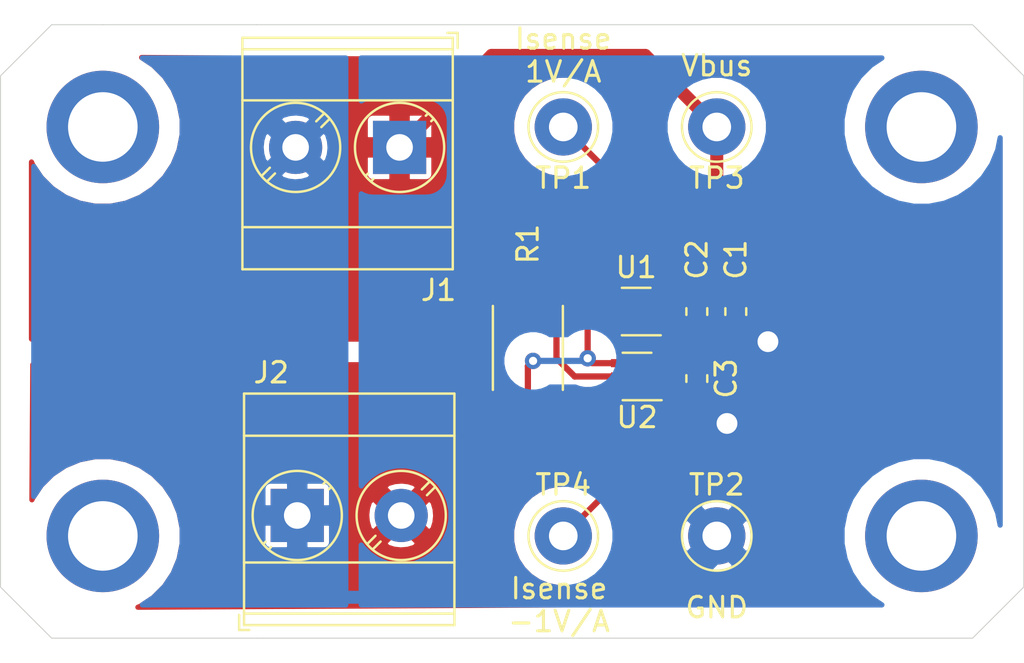
<source format=kicad_pcb>
(kicad_pcb (version 20171130) (host pcbnew 5.1.6-c6e7f7d~87~ubuntu18.04.1)

  (general
    (thickness 1.6)
    (drawings 15)
    (tracks 72)
    (zones 0)
    (modules 12)
    (nets 6)
  )

  (page A4)
  (layers
    (0 F.Cu signal)
    (31 B.Cu signal)
    (32 B.Adhes user)
    (33 F.Adhes user)
    (34 B.Paste user)
    (35 F.Paste user)
    (36 B.SilkS user)
    (37 F.SilkS user)
    (38 B.Mask user)
    (39 F.Mask user)
    (40 Dwgs.User user)
    (41 Cmts.User user)
    (42 Eco1.User user)
    (43 Eco2.User user)
    (44 Edge.Cuts user)
    (45 Margin user)
    (46 B.CrtYd user)
    (47 F.CrtYd user)
    (48 B.Fab user)
    (49 F.Fab user)
  )

  (setup
    (last_trace_width 0.635)
    (user_trace_width 0.2032)
    (user_trace_width 0.3048)
    (user_trace_width 0.635)
    (user_trace_width 1.27)
    (user_trace_width 2.54)
    (user_trace_width 4.572)
    (trace_clearance 0.2)
    (zone_clearance 1)
    (zone_45_only no)
    (trace_min 0.2)
    (via_size 0.8)
    (via_drill 0.4)
    (via_min_size 0.4)
    (via_min_drill 0.3)
    (user_via 2.032 1.016)
    (uvia_size 0.3)
    (uvia_drill 0.1)
    (uvias_allowed no)
    (uvia_min_size 0.2)
    (uvia_min_drill 0.1)
    (edge_width 0.05)
    (segment_width 0.2)
    (pcb_text_width 0.3)
    (pcb_text_size 1.5 1.5)
    (mod_edge_width 0.12)
    (mod_text_size 1 1)
    (mod_text_width 0.15)
    (pad_size 1.524 1.524)
    (pad_drill 0.762)
    (pad_to_mask_clearance 0.05)
    (aux_axis_origin 0 0)
    (visible_elements FFFFFF7F)
    (pcbplotparams
      (layerselection 0x010fc_ffffffff)
      (usegerberextensions true)
      (usegerberattributes true)
      (usegerberadvancedattributes true)
      (creategerberjobfile false)
      (excludeedgelayer true)
      (linewidth 0.100000)
      (plotframeref false)
      (viasonmask false)
      (mode 1)
      (useauxorigin false)
      (hpglpennumber 1)
      (hpglpenspeed 20)
      (hpglpendiameter 15.000000)
      (psnegative false)
      (psa4output false)
      (plotreference true)
      (plotvalue true)
      (plotinvisibletext false)
      (padsonsilk false)
      (subtractmaskfromsilk false)
      (outputformat 1)
      (mirror false)
      (drillshape 0)
      (scaleselection 1)
      (outputdirectory "fab1/"))
  )

  (net 0 "")
  (net 1 GND)
  (net 2 VDD)
  (net 3 /SENSE_N)
  (net 4 "Net-(TP1-Pad1)")
  (net 5 "Net-(TP4-Pad1)")

  (net_class Default "This is the default net class."
    (clearance 0.2)
    (trace_width 0.25)
    (via_dia 0.8)
    (via_drill 0.4)
    (uvia_dia 0.3)
    (uvia_drill 0.1)
    (add_net /SENSE_N)
    (add_net GND)
    (add_net "Net-(TP1-Pad1)")
    (add_net "Net-(TP4-Pad1)")
    (add_net VDD)
  )

  (module TestPoint:TestPoint_Loop_D2.60mm_Drill1.4mm_Beaded (layer F.Cu) (tedit 5A0F774F) (tstamp 5F22C6F0)
    (at 130 100)
    (descr "wire loop with bead as test point, loop diameter2.6mm, hole diameter 1.4mm")
    (tags "test point wire loop bead")
    (path /5F24EFD6)
    (fp_text reference TP4 (at 0 -2.5) (layer F.SilkS)
      (effects (font (size 1 1) (thickness 0.15)))
    )
    (fp_text value TestPoint (at 0 -2.8) (layer F.Fab)
      (effects (font (size 1 1) (thickness 0.15)))
    )
    (fp_text user %R (at 0.7 2.5) (layer F.Fab)
      (effects (font (size 1 1) (thickness 0.15)))
    )
    (fp_line (start -1.3 -0.3) (end -1.3 0.3) (layer F.Fab) (width 0.12))
    (fp_line (start -1.3 0.3) (end 1.3 0.3) (layer F.Fab) (width 0.12))
    (fp_line (start 1.3 0.3) (end 1.3 -0.3) (layer F.Fab) (width 0.12))
    (fp_line (start 1.3 -0.3) (end -1.3 -0.3) (layer F.Fab) (width 0.12))
    (fp_circle (center 0 0) (end 2 0) (layer F.CrtYd) (width 0.05))
    (fp_circle (center 0 0) (end 1.7 0) (layer F.SilkS) (width 0.12))
    (fp_circle (center 0 0) (end 1.5 0) (layer F.Fab) (width 0.12))
    (pad 1 thru_hole circle (at 0 0) (size 2.8 2.8) (drill 1.4) (layers *.Cu *.Mask)
      (net 5 "Net-(TP4-Pad1)"))
    (model ${KISYS3DMOD}/TestPoint.3dshapes/TestPoint_Loop_D2.60mm_Drill1.4mm_Beaded.wrl
      (at (xyz 0 0 0))
      (scale (xyz 1 1 1))
      (rotate (xyz 0 0 0))
    )
  )

  (module TestPoint:TestPoint_Loop_D2.60mm_Drill1.4mm_Beaded (layer F.Cu) (tedit 5A0F774F) (tstamp 5F22BEF6)
    (at 137.5 80)
    (descr "wire loop with bead as test point, loop diameter2.6mm, hole diameter 1.4mm")
    (tags "test point wire loop bead")
    (path /5F24557E)
    (fp_text reference TP3 (at 0 2.5) (layer F.SilkS)
      (effects (font (size 1 1) (thickness 0.15)))
    )
    (fp_text value TestPoint (at 0 -2.8) (layer F.Fab)
      (effects (font (size 1 1) (thickness 0.15)))
    )
    (fp_text user %R (at 0.7 2.5) (layer F.Fab)
      (effects (font (size 1 1) (thickness 0.15)))
    )
    (fp_line (start -1.3 -0.3) (end -1.3 0.3) (layer F.Fab) (width 0.12))
    (fp_line (start -1.3 0.3) (end 1.3 0.3) (layer F.Fab) (width 0.12))
    (fp_line (start 1.3 0.3) (end 1.3 -0.3) (layer F.Fab) (width 0.12))
    (fp_line (start 1.3 -0.3) (end -1.3 -0.3) (layer F.Fab) (width 0.12))
    (fp_circle (center 0 0) (end 2 0) (layer F.CrtYd) (width 0.05))
    (fp_circle (center 0 0) (end 1.7 0) (layer F.SilkS) (width 0.12))
    (fp_circle (center 0 0) (end 1.5 0) (layer F.Fab) (width 0.12))
    (pad 1 thru_hole circle (at 0 0) (size 2.8 2.8) (drill 1.4) (layers *.Cu *.Mask)
      (net 2 VDD))
    (model ${KISYS3DMOD}/TestPoint.3dshapes/TestPoint_Loop_D2.60mm_Drill1.4mm_Beaded.wrl
      (at (xyz 0 0 0))
      (scale (xyz 1 1 1))
      (rotate (xyz 0 0 0))
    )
  )

  (module TestPoint:TestPoint_Loop_D2.60mm_Drill1.4mm_Beaded (layer F.Cu) (tedit 5A0F774F) (tstamp 5F22B52B)
    (at 137.5 100)
    (descr "wire loop with bead as test point, loop diameter2.6mm, hole diameter 1.4mm")
    (tags "test point wire loop bead")
    (path /5F241F9D)
    (fp_text reference TP2 (at 0 -2.5) (layer F.SilkS)
      (effects (font (size 1 1) (thickness 0.15)))
    )
    (fp_text value TestPoint (at 0 -2.8) (layer F.Fab)
      (effects (font (size 1 1) (thickness 0.15)))
    )
    (fp_text user %R (at 0.7 2.5) (layer F.Fab)
      (effects (font (size 1 1) (thickness 0.15)))
    )
    (fp_line (start -1.3 -0.3) (end -1.3 0.3) (layer F.Fab) (width 0.12))
    (fp_line (start -1.3 0.3) (end 1.3 0.3) (layer F.Fab) (width 0.12))
    (fp_line (start 1.3 0.3) (end 1.3 -0.3) (layer F.Fab) (width 0.12))
    (fp_line (start 1.3 -0.3) (end -1.3 -0.3) (layer F.Fab) (width 0.12))
    (fp_circle (center 0 0) (end 2 0) (layer F.CrtYd) (width 0.05))
    (fp_circle (center 0 0) (end 1.7 0) (layer F.SilkS) (width 0.12))
    (fp_circle (center 0 0) (end 1.5 0) (layer F.Fab) (width 0.12))
    (pad 1 thru_hole circle (at 0 0) (size 2.8 2.8) (drill 1.4) (layers *.Cu *.Mask)
      (net 1 GND))
    (model ${KISYS3DMOD}/TestPoint.3dshapes/TestPoint_Loop_D2.60mm_Drill1.4mm_Beaded.wrl
      (at (xyz 0 0 0))
      (scale (xyz 1 1 1))
      (rotate (xyz 0 0 0))
    )
  )

  (module TestPoint:TestPoint_Loop_D2.60mm_Drill1.4mm_Beaded (layer F.Cu) (tedit 5A0F774F) (tstamp 5F22B51E)
    (at 130 80)
    (descr "wire loop with bead as test point, loop diameter2.6mm, hole diameter 1.4mm")
    (tags "test point wire loop bead")
    (path /5F23386A)
    (fp_text reference TP1 (at 0 2.5) (layer F.SilkS)
      (effects (font (size 1 1) (thickness 0.15)))
    )
    (fp_text value TestPoint (at 0 -2.8) (layer F.Fab)
      (effects (font (size 1 1) (thickness 0.15)))
    )
    (fp_text user %R (at 0.7 2.5) (layer F.Fab)
      (effects (font (size 1 1) (thickness 0.15)))
    )
    (fp_line (start -1.3 -0.3) (end -1.3 0.3) (layer F.Fab) (width 0.12))
    (fp_line (start -1.3 0.3) (end 1.3 0.3) (layer F.Fab) (width 0.12))
    (fp_line (start 1.3 0.3) (end 1.3 -0.3) (layer F.Fab) (width 0.12))
    (fp_line (start 1.3 -0.3) (end -1.3 -0.3) (layer F.Fab) (width 0.12))
    (fp_circle (center 0 0) (end 2 0) (layer F.CrtYd) (width 0.05))
    (fp_circle (center 0 0) (end 1.7 0) (layer F.SilkS) (width 0.12))
    (fp_circle (center 0 0) (end 1.5 0) (layer F.Fab) (width 0.12))
    (pad 1 thru_hole circle (at 0 0) (size 2.8 2.8) (drill 1.4) (layers *.Cu *.Mask)
      (net 4 "Net-(TP1-Pad1)"))
    (model ${KISYS3DMOD}/TestPoint.3dshapes/TestPoint_Loop_D2.60mm_Drill1.4mm_Beaded.wrl
      (at (xyz 0 0 0))
      (scale (xyz 1 1 1))
      (rotate (xyz 0 0 0))
    )
  )

  (module Package_TO_SOT_SMD:SOT-363_SC-70-6 (layer F.Cu) (tedit 5A02FF57) (tstamp 5F22C730)
    (at 133.604 92.202 180)
    (descr "SOT-363, SC-70-6")
    (tags "SOT-363 SC-70-6")
    (path /5F24EFB2)
    (attr smd)
    (fp_text reference U2 (at 0 -2) (layer F.SilkS)
      (effects (font (size 1 1) (thickness 0.15)))
    )
    (fp_text value "INA213 (50V/V)" (at 0 2 180) (layer F.Fab)
      (effects (font (size 1 1) (thickness 0.15)))
    )
    (fp_text user %R (at 0 0 90) (layer F.Fab)
      (effects (font (size 0.5 0.5) (thickness 0.075)))
    )
    (fp_line (start 0.7 -1.16) (end -1.2 -1.16) (layer F.SilkS) (width 0.12))
    (fp_line (start -0.7 1.16) (end 0.7 1.16) (layer F.SilkS) (width 0.12))
    (fp_line (start 1.6 1.4) (end 1.6 -1.4) (layer F.CrtYd) (width 0.05))
    (fp_line (start -1.6 -1.4) (end -1.6 1.4) (layer F.CrtYd) (width 0.05))
    (fp_line (start -1.6 -1.4) (end 1.6 -1.4) (layer F.CrtYd) (width 0.05))
    (fp_line (start 0.675 -1.1) (end -0.175 -1.1) (layer F.Fab) (width 0.1))
    (fp_line (start -0.675 -0.6) (end -0.675 1.1) (layer F.Fab) (width 0.1))
    (fp_line (start -1.6 1.4) (end 1.6 1.4) (layer F.CrtYd) (width 0.05))
    (fp_line (start 0.675 -1.1) (end 0.675 1.1) (layer F.Fab) (width 0.1))
    (fp_line (start 0.675 1.1) (end -0.675 1.1) (layer F.Fab) (width 0.1))
    (fp_line (start -0.175 -1.1) (end -0.675 -0.6) (layer F.Fab) (width 0.1))
    (pad 6 smd rect (at 0.95 -0.65 180) (size 0.65 0.4) (layers F.Cu F.Paste F.Mask)
      (net 5 "Net-(TP4-Pad1)"))
    (pad 4 smd rect (at 0.95 0.65 180) (size 0.65 0.4) (layers F.Cu F.Paste F.Mask)
      (net 3 /SENSE_N))
    (pad 2 smd rect (at -0.95 0 180) (size 0.65 0.4) (layers F.Cu F.Paste F.Mask)
      (net 1 GND))
    (pad 5 smd rect (at 0.95 0 180) (size 0.65 0.4) (layers F.Cu F.Paste F.Mask)
      (net 2 VDD))
    (pad 3 smd rect (at -0.95 0.65 180) (size 0.65 0.4) (layers F.Cu F.Paste F.Mask)
      (net 2 VDD))
    (pad 1 smd rect (at -0.95 -0.65 180) (size 0.65 0.4) (layers F.Cu F.Paste F.Mask)
      (net 1 GND))
    (model ${KISYS3DMOD}/Package_TO_SOT_SMD.3dshapes/SOT-363_SC-70-6.wrl
      (at (xyz 0 0 0))
      (scale (xyz 1 1 1))
      (rotate (xyz 0 0 0))
    )
  )

  (module Resistor_SMD:R_0603_1608Metric (layer F.Cu) (tedit 5B301BBD) (tstamp 5F22C5CF)
    (at 136.525 92.3035 270)
    (descr "Resistor SMD 0603 (1608 Metric), square (rectangular) end terminal, IPC_7351 nominal, (Body size source: http://www.tortai-tech.com/upload/download/2011102023233369053.pdf), generated with kicad-footprint-generator")
    (tags resistor)
    (path /5F25441B)
    (attr smd)
    (fp_text reference C3 (at 0 -1.43 90) (layer F.SilkS)
      (effects (font (size 1 1) (thickness 0.15)))
    )
    (fp_text value 0.1uF/50V (at 0 1.43 90) (layer F.Fab)
      (effects (font (size 1 1) (thickness 0.15)))
    )
    (fp_text user %R (at 0 0 90) (layer F.Fab)
      (effects (font (size 0.4 0.4) (thickness 0.06)))
    )
    (fp_line (start -0.8 0.4) (end -0.8 -0.4) (layer F.Fab) (width 0.1))
    (fp_line (start -0.8 -0.4) (end 0.8 -0.4) (layer F.Fab) (width 0.1))
    (fp_line (start 0.8 -0.4) (end 0.8 0.4) (layer F.Fab) (width 0.1))
    (fp_line (start 0.8 0.4) (end -0.8 0.4) (layer F.Fab) (width 0.1))
    (fp_line (start -0.162779 -0.51) (end 0.162779 -0.51) (layer F.SilkS) (width 0.12))
    (fp_line (start -0.162779 0.51) (end 0.162779 0.51) (layer F.SilkS) (width 0.12))
    (fp_line (start -1.48 0.73) (end -1.48 -0.73) (layer F.CrtYd) (width 0.05))
    (fp_line (start -1.48 -0.73) (end 1.48 -0.73) (layer F.CrtYd) (width 0.05))
    (fp_line (start 1.48 -0.73) (end 1.48 0.73) (layer F.CrtYd) (width 0.05))
    (fp_line (start 1.48 0.73) (end -1.48 0.73) (layer F.CrtYd) (width 0.05))
    (pad 2 smd roundrect (at 0.7875 0 270) (size 0.875 0.95) (layers F.Cu F.Paste F.Mask) (roundrect_rratio 0.25)
      (net 1 GND))
    (pad 1 smd roundrect (at -0.7875 0 270) (size 0.875 0.95) (layers F.Cu F.Paste F.Mask) (roundrect_rratio 0.25)
      (net 2 VDD))
    (model ${KISYS3DMOD}/Resistor_SMD.3dshapes/R_0603_1608Metric.wrl
      (at (xyz 0 0 0))
      (scale (xyz 1 1 1))
      (rotate (xyz 0 0 0))
    )
  )

  (module Package_TO_SOT_SMD:SOT-363_SC-70-6 (layer F.Cu) (tedit 5A02FF57) (tstamp 5F22B541)
    (at 133.5618 89.027 180)
    (descr "SOT-363, SC-70-6")
    (tags "SOT-363 SC-70-6")
    (path /5F22EFF4)
    (attr smd)
    (fp_text reference U1 (at 0 2.159) (layer F.SilkS)
      (effects (font (size 1 1) (thickness 0.15)))
    )
    (fp_text value "INA213 (50V/V)" (at 0 2 180) (layer F.Fab)
      (effects (font (size 1 1) (thickness 0.15)))
    )
    (fp_text user %R (at 0 0 90) (layer F.Fab)
      (effects (font (size 0.5 0.5) (thickness 0.075)))
    )
    (fp_line (start 0.7 -1.16) (end -1.2 -1.16) (layer F.SilkS) (width 0.12))
    (fp_line (start -0.7 1.16) (end 0.7 1.16) (layer F.SilkS) (width 0.12))
    (fp_line (start 1.6 1.4) (end 1.6 -1.4) (layer F.CrtYd) (width 0.05))
    (fp_line (start -1.6 -1.4) (end -1.6 1.4) (layer F.CrtYd) (width 0.05))
    (fp_line (start -1.6 -1.4) (end 1.6 -1.4) (layer F.CrtYd) (width 0.05))
    (fp_line (start 0.675 -1.1) (end -0.175 -1.1) (layer F.Fab) (width 0.1))
    (fp_line (start -0.675 -0.6) (end -0.675 1.1) (layer F.Fab) (width 0.1))
    (fp_line (start -1.6 1.4) (end 1.6 1.4) (layer F.CrtYd) (width 0.05))
    (fp_line (start 0.675 -1.1) (end 0.675 1.1) (layer F.Fab) (width 0.1))
    (fp_line (start 0.675 1.1) (end -0.675 1.1) (layer F.Fab) (width 0.1))
    (fp_line (start -0.175 -1.1) (end -0.675 -0.6) (layer F.Fab) (width 0.1))
    (pad 6 smd rect (at 0.95 -0.65 180) (size 0.65 0.4) (layers F.Cu F.Paste F.Mask)
      (net 4 "Net-(TP1-Pad1)"))
    (pad 4 smd rect (at 0.95 0.65 180) (size 0.65 0.4) (layers F.Cu F.Paste F.Mask)
      (net 2 VDD))
    (pad 2 smd rect (at -0.95 0 180) (size 0.65 0.4) (layers F.Cu F.Paste F.Mask)
      (net 1 GND))
    (pad 5 smd rect (at 0.95 0 180) (size 0.65 0.4) (layers F.Cu F.Paste F.Mask)
      (net 3 /SENSE_N))
    (pad 3 smd rect (at -0.95 0.65 180) (size 0.65 0.4) (layers F.Cu F.Paste F.Mask)
      (net 2 VDD))
    (pad 1 smd rect (at -0.95 -0.65 180) (size 0.65 0.4) (layers F.Cu F.Paste F.Mask)
      (net 1 GND))
    (model ${KISYS3DMOD}/Package_TO_SOT_SMD.3dshapes/SOT-363_SC-70-6.wrl
      (at (xyz 0 0 0))
      (scale (xyz 1 1 1))
      (rotate (xyz 0 0 0))
    )
  )

  (module Resistor_SMD:R_2512_6332Metric (layer F.Cu) (tedit 5B301BBD) (tstamp 5F22B511)
    (at 128.27 90.805 90)
    (descr "Resistor SMD 2512 (6332 Metric), square (rectangular) end terminal, IPC_7351 nominal, (Body size source: http://www.tortai-tech.com/upload/download/2011102023233369053.pdf), generated with kicad-footprint-generator")
    (tags resistor)
    (path /5F22FC1A)
    (attr smd)
    (fp_text reference R1 (at 5.08 0 90) (layer F.SilkS)
      (effects (font (size 1 1) (thickness 0.15)))
    )
    (fp_text value 0.02R/2W (at 0 2.62 90) (layer F.Fab)
      (effects (font (size 1 1) (thickness 0.15)))
    )
    (fp_text user %R (at 0 0 90) (layer F.Fab)
      (effects (font (size 1 1) (thickness 0.15)))
    )
    (fp_line (start -3.15 1.6) (end -3.15 -1.6) (layer F.Fab) (width 0.1))
    (fp_line (start -3.15 -1.6) (end 3.15 -1.6) (layer F.Fab) (width 0.1))
    (fp_line (start 3.15 -1.6) (end 3.15 1.6) (layer F.Fab) (width 0.1))
    (fp_line (start 3.15 1.6) (end -3.15 1.6) (layer F.Fab) (width 0.1))
    (fp_line (start -2.052064 -1.71) (end 2.052064 -1.71) (layer F.SilkS) (width 0.12))
    (fp_line (start -2.052064 1.71) (end 2.052064 1.71) (layer F.SilkS) (width 0.12))
    (fp_line (start -3.82 1.92) (end -3.82 -1.92) (layer F.CrtYd) (width 0.05))
    (fp_line (start -3.82 -1.92) (end 3.82 -1.92) (layer F.CrtYd) (width 0.05))
    (fp_line (start 3.82 -1.92) (end 3.82 1.92) (layer F.CrtYd) (width 0.05))
    (fp_line (start 3.82 1.92) (end -3.82 1.92) (layer F.CrtYd) (width 0.05))
    (pad 2 smd roundrect (at 2.9 0 90) (size 1.35 3.35) (layers F.Cu F.Paste F.Mask) (roundrect_rratio 0.185185)
      (net 2 VDD))
    (pad 1 smd roundrect (at -2.9 0 90) (size 1.35 3.35) (layers F.Cu F.Paste F.Mask) (roundrect_rratio 0.185185)
      (net 3 /SENSE_N))
    (model ${KISYS3DMOD}/Resistor_SMD.3dshapes/R_2512_6332Metric.wrl
      (at (xyz 0 0 0))
      (scale (xyz 1 1 1))
      (rotate (xyz 0 0 0))
    )
  )

  (module TerminalBlock_Phoenix:TerminalBlock_Phoenix_MKDS-3-2-5.08_1x02_P5.08mm_Horizontal (layer F.Cu) (tedit 5B294F11) (tstamp 5F22B500)
    (at 117 99)
    (descr "Terminal Block Phoenix MKDS-3-2-5.08, 2 pins, pitch 5.08mm, size 10.2x11.2mm^2, drill diamater 1.3mm, pad diameter 2.6mm, see http://www.farnell.com/datasheets/2138224.pdf, script-generated using https://github.com/pointhi/kicad-footprint-generator/scripts/TerminalBlock_Phoenix")
    (tags "THT Terminal Block Phoenix MKDS-3-2-5.08 pitch 5.08mm size 10.2x11.2mm^2 drill 1.3mm pad 2.6mm")
    (path /5F230B7B)
    (fp_text reference J2 (at -1.27 -6.985) (layer F.SilkS)
      (effects (font (size 1 1) (thickness 0.15)))
    )
    (fp_text value Conn_01x02 (at 2.54 6.36) (layer F.Fab)
      (effects (font (size 1 1) (thickness 0.15)))
    )
    (fp_text user %R (at 2.54 3.1) (layer F.Fab)
      (effects (font (size 1 1) (thickness 0.15)))
    )
    (fp_circle (center 0 0) (end 2 0) (layer F.Fab) (width 0.1))
    (fp_circle (center 0 0) (end 2.18 0) (layer F.SilkS) (width 0.12))
    (fp_circle (center 5.08 0) (end 7.08 0) (layer F.Fab) (width 0.1))
    (fp_circle (center 5.08 0) (end 7.26 0) (layer F.SilkS) (width 0.12))
    (fp_line (start -2.54 -5.9) (end 7.62 -5.9) (layer F.Fab) (width 0.1))
    (fp_line (start 7.62 -5.9) (end 7.62 5.3) (layer F.Fab) (width 0.1))
    (fp_line (start 7.62 5.3) (end -2.04 5.3) (layer F.Fab) (width 0.1))
    (fp_line (start -2.04 5.3) (end -2.54 4.8) (layer F.Fab) (width 0.1))
    (fp_line (start -2.54 4.8) (end -2.54 -5.9) (layer F.Fab) (width 0.1))
    (fp_line (start -2.54 4.8) (end 7.62 4.8) (layer F.Fab) (width 0.1))
    (fp_line (start -2.6 4.8) (end 7.68 4.8) (layer F.SilkS) (width 0.12))
    (fp_line (start -2.54 2.3) (end 7.62 2.3) (layer F.Fab) (width 0.1))
    (fp_line (start -2.6 2.3) (end 7.68 2.3) (layer F.SilkS) (width 0.12))
    (fp_line (start -2.54 -3.9) (end 7.62 -3.9) (layer F.Fab) (width 0.1))
    (fp_line (start -2.6 -3.9) (end 7.68 -3.9) (layer F.SilkS) (width 0.12))
    (fp_line (start -2.6 -5.96) (end 7.68 -5.96) (layer F.SilkS) (width 0.12))
    (fp_line (start -2.6 5.36) (end 7.68 5.36) (layer F.SilkS) (width 0.12))
    (fp_line (start -2.6 -5.96) (end -2.6 5.36) (layer F.SilkS) (width 0.12))
    (fp_line (start 7.68 -5.96) (end 7.68 5.36) (layer F.SilkS) (width 0.12))
    (fp_line (start 1.517 -1.273) (end -1.273 1.517) (layer F.Fab) (width 0.1))
    (fp_line (start 1.273 -1.517) (end -1.517 1.273) (layer F.Fab) (width 0.1))
    (fp_line (start 1.654 -1.388) (end 1.547 -1.281) (layer F.SilkS) (width 0.12))
    (fp_line (start -1.282 1.547) (end -1.388 1.654) (layer F.SilkS) (width 0.12))
    (fp_line (start 1.388 -1.654) (end 1.281 -1.547) (layer F.SilkS) (width 0.12))
    (fp_line (start -1.548 1.281) (end -1.654 1.388) (layer F.SilkS) (width 0.12))
    (fp_line (start 6.597 -1.273) (end 3.808 1.517) (layer F.Fab) (width 0.1))
    (fp_line (start 6.353 -1.517) (end 3.564 1.273) (layer F.Fab) (width 0.1))
    (fp_line (start 6.734 -1.388) (end 6.339 -0.992) (layer F.SilkS) (width 0.12))
    (fp_line (start 4.073 1.274) (end 3.693 1.654) (layer F.SilkS) (width 0.12))
    (fp_line (start 6.468 -1.654) (end 6.088 -1.274) (layer F.SilkS) (width 0.12))
    (fp_line (start 3.822 0.992) (end 3.427 1.388) (layer F.SilkS) (width 0.12))
    (fp_line (start -2.84 4.86) (end -2.84 5.6) (layer F.SilkS) (width 0.12))
    (fp_line (start -2.84 5.6) (end -2.34 5.6) (layer F.SilkS) (width 0.12))
    (fp_line (start -3.04 -6.4) (end -3.04 5.8) (layer F.CrtYd) (width 0.05))
    (fp_line (start -3.04 5.8) (end 8.13 5.8) (layer F.CrtYd) (width 0.05))
    (fp_line (start 8.13 5.8) (end 8.13 -6.4) (layer F.CrtYd) (width 0.05))
    (fp_line (start 8.13 -6.4) (end -3.04 -6.4) (layer F.CrtYd) (width 0.05))
    (pad 2 thru_hole circle (at 5.08 0) (size 2.6 2.6) (drill 1.3) (layers *.Cu *.Mask)
      (net 3 /SENSE_N))
    (pad 1 thru_hole rect (at 0 0) (size 2.6 2.6) (drill 1.3) (layers *.Cu *.Mask)
      (net 1 GND))
    (model ${KISYS3DMOD}/TerminalBlock_Phoenix.3dshapes/TerminalBlock_Phoenix_MKDS-3-2-5.08_1x02_P5.08mm_Horizontal.wrl
      (at (xyz 0 0 0))
      (scale (xyz 1 1 1))
      (rotate (xyz 0 0 0))
    )
  )

  (module TerminalBlock_Phoenix:TerminalBlock_Phoenix_MKDS-3-2-5.08_1x02_P5.08mm_Horizontal (layer F.Cu) (tedit 5B294F11) (tstamp 5F22B4D4)
    (at 122 81 180)
    (descr "Terminal Block Phoenix MKDS-3-2-5.08, 2 pins, pitch 5.08mm, size 10.2x11.2mm^2, drill diamater 1.3mm, pad diameter 2.6mm, see http://www.farnell.com/datasheets/2138224.pdf, script-generated using https://github.com/pointhi/kicad-footprint-generator/scripts/TerminalBlock_Phoenix")
    (tags "THT Terminal Block Phoenix MKDS-3-2-5.08 pitch 5.08mm size 10.2x11.2mm^2 drill 1.3mm pad 2.6mm")
    (path /5F22A4EA)
    (fp_text reference J1 (at -1.905 -6.985) (layer F.SilkS)
      (effects (font (size 1 1) (thickness 0.15)))
    )
    (fp_text value Conn_01x02 (at 2.54 6.36) (layer F.Fab)
      (effects (font (size 1 1) (thickness 0.15)))
    )
    (fp_text user %R (at 2.54 3.1) (layer F.Fab)
      (effects (font (size 1 1) (thickness 0.15)))
    )
    (fp_circle (center 0 0) (end 2 0) (layer F.Fab) (width 0.1))
    (fp_circle (center 0 0) (end 2.18 0) (layer F.SilkS) (width 0.12))
    (fp_circle (center 5.08 0) (end 7.08 0) (layer F.Fab) (width 0.1))
    (fp_circle (center 5.08 0) (end 7.26 0) (layer F.SilkS) (width 0.12))
    (fp_line (start -2.54 -5.9) (end 7.62 -5.9) (layer F.Fab) (width 0.1))
    (fp_line (start 7.62 -5.9) (end 7.62 5.3) (layer F.Fab) (width 0.1))
    (fp_line (start 7.62 5.3) (end -2.04 5.3) (layer F.Fab) (width 0.1))
    (fp_line (start -2.04 5.3) (end -2.54 4.8) (layer F.Fab) (width 0.1))
    (fp_line (start -2.54 4.8) (end -2.54 -5.9) (layer F.Fab) (width 0.1))
    (fp_line (start -2.54 4.8) (end 7.62 4.8) (layer F.Fab) (width 0.1))
    (fp_line (start -2.6 4.8) (end 7.68 4.8) (layer F.SilkS) (width 0.12))
    (fp_line (start -2.54 2.3) (end 7.62 2.3) (layer F.Fab) (width 0.1))
    (fp_line (start -2.6 2.3) (end 7.68 2.3) (layer F.SilkS) (width 0.12))
    (fp_line (start -2.54 -3.9) (end 7.62 -3.9) (layer F.Fab) (width 0.1))
    (fp_line (start -2.6 -3.9) (end 7.68 -3.9) (layer F.SilkS) (width 0.12))
    (fp_line (start -2.6 -5.96) (end 7.68 -5.96) (layer F.SilkS) (width 0.12))
    (fp_line (start -2.6 5.36) (end 7.68 5.36) (layer F.SilkS) (width 0.12))
    (fp_line (start -2.6 -5.96) (end -2.6 5.36) (layer F.SilkS) (width 0.12))
    (fp_line (start 7.68 -5.96) (end 7.68 5.36) (layer F.SilkS) (width 0.12))
    (fp_line (start 1.517 -1.273) (end -1.273 1.517) (layer F.Fab) (width 0.1))
    (fp_line (start 1.273 -1.517) (end -1.517 1.273) (layer F.Fab) (width 0.1))
    (fp_line (start 1.654 -1.388) (end 1.547 -1.281) (layer F.SilkS) (width 0.12))
    (fp_line (start -1.282 1.547) (end -1.388 1.654) (layer F.SilkS) (width 0.12))
    (fp_line (start 1.388 -1.654) (end 1.281 -1.547) (layer F.SilkS) (width 0.12))
    (fp_line (start -1.548 1.281) (end -1.654 1.388) (layer F.SilkS) (width 0.12))
    (fp_line (start 6.597 -1.273) (end 3.808 1.517) (layer F.Fab) (width 0.1))
    (fp_line (start 6.353 -1.517) (end 3.564 1.273) (layer F.Fab) (width 0.1))
    (fp_line (start 6.734 -1.388) (end 6.339 -0.992) (layer F.SilkS) (width 0.12))
    (fp_line (start 4.073 1.274) (end 3.693 1.654) (layer F.SilkS) (width 0.12))
    (fp_line (start 6.468 -1.654) (end 6.088 -1.274) (layer F.SilkS) (width 0.12))
    (fp_line (start 3.822 0.992) (end 3.427 1.388) (layer F.SilkS) (width 0.12))
    (fp_line (start -2.84 4.86) (end -2.84 5.6) (layer F.SilkS) (width 0.12))
    (fp_line (start -2.84 5.6) (end -2.34 5.6) (layer F.SilkS) (width 0.12))
    (fp_line (start -3.04 -6.4) (end -3.04 5.8) (layer F.CrtYd) (width 0.05))
    (fp_line (start -3.04 5.8) (end 8.13 5.8) (layer F.CrtYd) (width 0.05))
    (fp_line (start 8.13 5.8) (end 8.13 -6.4) (layer F.CrtYd) (width 0.05))
    (fp_line (start 8.13 -6.4) (end -3.04 -6.4) (layer F.CrtYd) (width 0.05))
    (pad 2 thru_hole circle (at 5.08 0 180) (size 2.6 2.6) (drill 1.3) (layers *.Cu *.Mask)
      (net 1 GND))
    (pad 1 thru_hole rect (at 0 0 180) (size 2.6 2.6) (drill 1.3) (layers *.Cu *.Mask)
      (net 2 VDD))
    (model ${KISYS3DMOD}/TerminalBlock_Phoenix.3dshapes/TerminalBlock_Phoenix_MKDS-3-2-5.08_1x02_P5.08mm_Horizontal.wrl
      (at (xyz 0 0 0))
      (scale (xyz 1 1 1))
      (rotate (xyz 0 0 0))
    )
  )

  (module Resistor_SMD:R_0603_1608Metric (layer F.Cu) (tedit 5B301BBD) (tstamp 5F22B4A8)
    (at 136.525 89.027 270)
    (descr "Resistor SMD 0603 (1608 Metric), square (rectangular) end terminal, IPC_7351 nominal, (Body size source: http://www.tortai-tech.com/upload/download/2011102023233369053.pdf), generated with kicad-footprint-generator")
    (tags resistor)
    (path /5F23ACBC)
    (attr smd)
    (fp_text reference C2 (at -2.54 0 90) (layer F.SilkS)
      (effects (font (size 1 1) (thickness 0.15)))
    )
    (fp_text value 0.1uF/50V (at 0 1.43 90) (layer F.Fab)
      (effects (font (size 1 1) (thickness 0.15)))
    )
    (fp_text user %R (at 0 0 90) (layer F.Fab)
      (effects (font (size 0.4 0.4) (thickness 0.06)))
    )
    (fp_line (start -0.8 0.4) (end -0.8 -0.4) (layer F.Fab) (width 0.1))
    (fp_line (start -0.8 -0.4) (end 0.8 -0.4) (layer F.Fab) (width 0.1))
    (fp_line (start 0.8 -0.4) (end 0.8 0.4) (layer F.Fab) (width 0.1))
    (fp_line (start 0.8 0.4) (end -0.8 0.4) (layer F.Fab) (width 0.1))
    (fp_line (start -0.162779 -0.51) (end 0.162779 -0.51) (layer F.SilkS) (width 0.12))
    (fp_line (start -0.162779 0.51) (end 0.162779 0.51) (layer F.SilkS) (width 0.12))
    (fp_line (start -1.48 0.73) (end -1.48 -0.73) (layer F.CrtYd) (width 0.05))
    (fp_line (start -1.48 -0.73) (end 1.48 -0.73) (layer F.CrtYd) (width 0.05))
    (fp_line (start 1.48 -0.73) (end 1.48 0.73) (layer F.CrtYd) (width 0.05))
    (fp_line (start 1.48 0.73) (end -1.48 0.73) (layer F.CrtYd) (width 0.05))
    (pad 2 smd roundrect (at 0.7875 0 270) (size 0.875 0.95) (layers F.Cu F.Paste F.Mask) (roundrect_rratio 0.25)
      (net 1 GND))
    (pad 1 smd roundrect (at -0.7875 0 270) (size 0.875 0.95) (layers F.Cu F.Paste F.Mask) (roundrect_rratio 0.25)
      (net 2 VDD))
    (model ${KISYS3DMOD}/Resistor_SMD.3dshapes/R_0603_1608Metric.wrl
      (at (xyz 0 0 0))
      (scale (xyz 1 1 1))
      (rotate (xyz 0 0 0))
    )
  )

  (module Resistor_SMD:R_0603_1608Metric (layer F.Cu) (tedit 5B301BBD) (tstamp 5F22B497)
    (at 138.43 89.027 270)
    (descr "Resistor SMD 0603 (1608 Metric), square (rectangular) end terminal, IPC_7351 nominal, (Body size source: http://www.tortai-tech.com/upload/download/2011102023233369053.pdf), generated with kicad-footprint-generator")
    (tags resistor)
    (path /5F23DAA6)
    (attr smd)
    (fp_text reference C1 (at -2.54 0 90) (layer F.SilkS)
      (effects (font (size 1 1) (thickness 0.15)))
    )
    (fp_text value 1uF/50V (at 0 1.43 90) (layer F.Fab)
      (effects (font (size 1 1) (thickness 0.15)))
    )
    (fp_text user %R (at 0 0 90) (layer F.Fab)
      (effects (font (size 0.4 0.4) (thickness 0.06)))
    )
    (fp_line (start -0.8 0.4) (end -0.8 -0.4) (layer F.Fab) (width 0.1))
    (fp_line (start -0.8 -0.4) (end 0.8 -0.4) (layer F.Fab) (width 0.1))
    (fp_line (start 0.8 -0.4) (end 0.8 0.4) (layer F.Fab) (width 0.1))
    (fp_line (start 0.8 0.4) (end -0.8 0.4) (layer F.Fab) (width 0.1))
    (fp_line (start -0.162779 -0.51) (end 0.162779 -0.51) (layer F.SilkS) (width 0.12))
    (fp_line (start -0.162779 0.51) (end 0.162779 0.51) (layer F.SilkS) (width 0.12))
    (fp_line (start -1.48 0.73) (end -1.48 -0.73) (layer F.CrtYd) (width 0.05))
    (fp_line (start -1.48 -0.73) (end 1.48 -0.73) (layer F.CrtYd) (width 0.05))
    (fp_line (start 1.48 -0.73) (end 1.48 0.73) (layer F.CrtYd) (width 0.05))
    (fp_line (start 1.48 0.73) (end -1.48 0.73) (layer F.CrtYd) (width 0.05))
    (pad 2 smd roundrect (at 0.7875 0 270) (size 0.875 0.95) (layers F.Cu F.Paste F.Mask) (roundrect_rratio 0.25)
      (net 1 GND))
    (pad 1 smd roundrect (at -0.7875 0 270) (size 0.875 0.95) (layers F.Cu F.Paste F.Mask) (roundrect_rratio 0.25)
      (net 2 VDD))
    (model ${KISYS3DMOD}/Resistor_SMD.3dshapes/R_0603_1608Metric.wrl
      (at (xyz 0 0 0))
      (scale (xyz 1 1 1))
      (rotate (xyz 0 0 0))
    )
  )

  (gr_line (start 105 105) (end 115 105) (layer Edge.Cuts) (width 0.05) (tstamp 5F22CBA7))
  (gr_line (start 102.5 102.5) (end 105 105) (layer Edge.Cuts) (width 0.05))
  (gr_line (start 102.5 77.5) (end 102.5 102.5) (layer Edge.Cuts) (width 0.05))
  (gr_line (start 105 75) (end 102.5 77.5) (layer Edge.Cuts) (width 0.05))
  (gr_line (start 107.5 75) (end 105 75) (layer Edge.Cuts) (width 0.05))
  (gr_line (start 115 75) (end 107.5 75) (layer Edge.Cuts) (width 0.05))
  (gr_text "Isense\n-1V/A" (at 129.794 103.378) (layer F.SilkS) (tstamp 5F22CA04)
    (effects (font (size 1 1) (thickness 0.15)))
  )
  (gr_line (start 150 75) (end 115 75) (layer Edge.Cuts) (width 0.05) (tstamp 5F22C344))
  (gr_line (start 152.5 77.5) (end 150 75) (layer Edge.Cuts) (width 0.05))
  (gr_line (start 152.5 102.5) (end 152.5 77.5) (layer Edge.Cuts) (width 0.05))
  (gr_line (start 150 105) (end 152.5 102.5) (layer Edge.Cuts) (width 0.05))
  (gr_line (start 115 105) (end 150 105) (layer Edge.Cuts) (width 0.05))
  (gr_text Vbus (at 137.5 77) (layer F.SilkS)
    (effects (font (size 1 1) (thickness 0.15)))
  )
  (gr_text GND (at 137.5 103.5) (layer F.SilkS)
    (effects (font (size 1 1) (thickness 0.15)))
  )
  (gr_text "Isense\n1V/A" (at 130 76.5) (layer F.SilkS)
    (effects (font (size 1 1) (thickness 0.15)))
  )

  (via (at 147.5 80) (size 5.5) (drill 3.4) (layers F.Cu B.Cu) (net 0) (status 40000))
  (via (at 147.5 100) (size 5.5) (drill 3.4) (layers F.Cu B.Cu) (net 0) (tstamp 5F22C357) (status 40000))
  (via (at 107.5 80) (size 5.5) (drill 3.4) (layers F.Cu B.Cu) (net 0) (tstamp 5F22CBA3) (status 40000))
  (via (at 107.5 100) (size 5.5) (drill 3.4) (layers F.Cu B.Cu) (net 0) (tstamp 5F22CBA5) (status 40000))
  (segment (start 138.43 89.8145) (end 136.525 89.8145) (width 0.3048) (layer F.Cu) (net 1))
  (segment (start 134.5118 89.027) (end 135.255 89.027) (width 0.3048) (layer F.Cu) (net 1))
  (segment (start 136.0425 89.8145) (end 136.525 89.8145) (width 0.3048) (layer F.Cu) (net 1))
  (segment (start 135.255 89.027) (end 136.0425 89.8145) (width 0.3048) (layer F.Cu) (net 1))
  (segment (start 136.3875 89.677) (end 136.525 89.8145) (width 0.3048) (layer F.Cu) (net 1))
  (segment (start 134.5118 89.677) (end 136.3875 89.677) (width 0.3048) (layer F.Cu) (net 1))
  (segment (start 134.554 92.202) (end 135.128 92.202) (width 0.3048) (layer F.Cu) (net 1))
  (segment (start 136.017 93.091) (end 136.525 93.091) (width 0.3048) (layer F.Cu) (net 1))
  (segment (start 135.128 92.202) (end 136.017 93.091) (width 0.3048) (layer F.Cu) (net 1))
  (segment (start 136.286 92.852) (end 136.525 93.091) (width 0.3048) (layer F.Cu) (net 1))
  (segment (start 134.554 92.852) (end 136.286 92.852) (width 0.3048) (layer F.Cu) (net 1))
  (segment (start 117 99) (end 117 101) (width 0.635) (layer B.Cu) (net 1))
  (segment (start 117 101) (end 119 103) (width 0.635) (layer B.Cu) (net 1))
  (segment (start 119 103) (end 135.5 103) (width 0.635) (layer B.Cu) (net 1))
  (segment (start 137.5 101) (end 137.5 100) (width 0.635) (layer B.Cu) (net 1))
  (segment (start 135.5 103) (end 137.5 101) (width 0.635) (layer B.Cu) (net 1))
  (via (at 140 90.5) (size 2.032) (drill 1.016) (layers F.Cu B.Cu) (net 1))
  (segment (start 138.43 89.8145) (end 139.3145 89.8145) (width 0.3048) (layer F.Cu) (net 1))
  (segment (start 139.3145 89.8145) (end 140 90.5) (width 0.3048) (layer F.Cu) (net 1))
  (via (at 138 94.5) (size 2.032) (drill 1.016) (layers F.Cu B.Cu) (net 1))
  (segment (start 136.525 93.091) (end 136.591 93.091) (width 0.3048) (layer F.Cu) (net 1))
  (segment (start 136.591 93.091) (end 138 94.5) (width 0.3048) (layer F.Cu) (net 1))
  (segment (start 138.43 88.2395) (end 136.525 88.2395) (width 0.635) (layer F.Cu) (net 2))
  (segment (start 136.3875 88.377) (end 136.525 88.2395) (width 0.3048) (layer F.Cu) (net 2))
  (segment (start 134.5118 88.377) (end 136.3875 88.377) (width 0.3048) (layer F.Cu) (net 2))
  (segment (start 132.6118 88.377) (end 131.841 88.377) (width 0.3048) (layer F.Cu) (net 2))
  (segment (start 131.841 88.377) (end 130.429 89.789) (width 0.3048) (layer F.Cu) (net 2))
  (segment (start 128.27 89.027) (end 128.27 87.905) (width 0.3048) (layer F.Cu) (net 2))
  (segment (start 129.032 89.789) (end 128.27 89.027) (width 0.3048) (layer F.Cu) (net 2))
  (segment (start 132.654 92.202) (end 130.556 92.202) (width 0.3048) (layer F.Cu) (net 2))
  (segment (start 129.667 91.313) (end 129.667 89.789) (width 0.3048) (layer F.Cu) (net 2))
  (segment (start 130.556 92.202) (end 129.667 91.313) (width 0.3048) (layer F.Cu) (net 2))
  (segment (start 130.429 89.789) (end 129.667 89.789) (width 0.3048) (layer F.Cu) (net 2))
  (segment (start 129.667 89.789) (end 129.032 89.789) (width 0.3048) (layer F.Cu) (net 2))
  (segment (start 136.489 91.552) (end 136.525 91.516) (width 0.3048) (layer F.Cu) (net 2))
  (segment (start 134.554 91.552) (end 136.489 91.552) (width 0.3048) (layer F.Cu) (net 2))
  (segment (start 136.982 91.516) (end 136.525 91.516) (width 0.635) (layer F.Cu) (net 2))
  (segment (start 138.049 92.583) (end 136.982 91.516) (width 0.635) (layer F.Cu) (net 2))
  (segment (start 141.0715 88.2395) (end 142.113 89.281) (width 0.635) (layer F.Cu) (net 2))
  (segment (start 142.113 89.281) (end 142.113 92.329) (width 0.635) (layer F.Cu) (net 2))
  (segment (start 142.113 92.329) (end 141.859 92.583) (width 0.635) (layer F.Cu) (net 2))
  (segment (start 141.859 92.583) (end 138.049 92.583) (width 0.635) (layer F.Cu) (net 2))
  (segment (start 138.43 88.2395) (end 140.3605 88.2395) (width 0.635) (layer F.Cu) (net 2))
  (segment (start 140.3605 88.2395) (end 140.8175 88.2395) (width 0.635) (layer F.Cu) (net 2))
  (segment (start 140.8175 88.2395) (end 141.0715 88.2395) (width 0.635) (layer F.Cu) (net 2))
  (segment (start 122 81) (end 122 80.5) (width 0.3048) (layer F.Cu) (net 2))
  (segment (start 122 81) (end 126.5 76.5) (width 0.635) (layer F.Cu) (net 2))
  (segment (start 134 76.5) (end 137.5 80) (width 0.635) (layer F.Cu) (net 2))
  (segment (start 126.5 76.5) (end 134 76.5) (width 0.635) (layer F.Cu) (net 2))
  (segment (start 137.5 87.3095) (end 138.43 88.2395) (width 0.635) (layer F.Cu) (net 2))
  (segment (start 137.5 80) (end 137.5 87.3095) (width 0.635) (layer F.Cu) (net 2))
  (segment (start 128.27 93.705) (end 128.27 91.694) (width 0.3048) (layer F.Cu) (net 3))
  (via (at 128.524 91.44) (size 0.8) (drill 0.4) (layers F.Cu B.Cu) (net 3))
  (segment (start 128.27 91.694) (end 128.524 91.44) (width 0.3048) (layer F.Cu) (net 3))
  (via (at 131.191 91.313) (size 0.8) (drill 0.4) (layers F.Cu B.Cu) (net 3))
  (segment (start 128.524 91.44) (end 131.064 91.44) (width 0.3048) (layer B.Cu) (net 3))
  (segment (start 131.064 91.44) (end 131.191 91.313) (width 0.3048) (layer B.Cu) (net 3))
  (segment (start 131.191 91.313) (end 131.191 89.789) (width 0.3048) (layer F.Cu) (net 3))
  (segment (start 131.953 89.027) (end 132.6118 89.027) (width 0.3048) (layer F.Cu) (net 3))
  (segment (start 131.191 89.789) (end 131.953 89.027) (width 0.3048) (layer F.Cu) (net 3))
  (segment (start 131.43 91.552) (end 131.191 91.313) (width 0.3048) (layer F.Cu) (net 3))
  (segment (start 132.654 91.552) (end 131.43 91.552) (width 0.3048) (layer F.Cu) (net 3))
  (segment (start 130 80) (end 133.5 83.5) (width 0.3048) (layer F.Cu) (net 4))
  (segment (start 133.121122 89.677) (end 132.6118 89.677) (width 0.3048) (layer F.Cu) (net 4))
  (segment (start 133.5 89.298122) (end 133.121122 89.677) (width 0.3048) (layer F.Cu) (net 4))
  (segment (start 133.5 83.5) (end 133.5 89.298122) (width 0.3048) (layer F.Cu) (net 4))
  (segment (start 132.654 97.346) (end 130 100) (width 0.3048) (layer F.Cu) (net 5))
  (segment (start 132.654 92.852) (end 132.654 97.346) (width 0.3048) (layer F.Cu) (net 5))

  (zone (net 3) (net_name /SENSE_N) (layer F.Cu) (tstamp 5F281B4D) (hatch edge 0.508)
    (connect_pads thru_hole_only (clearance 1))
    (min_thickness 0.254)
    (fill yes (arc_segments 32) (thermal_gap 0.25) (thermal_bridge_width 1))
    (polygon
      (pts
        (xy 126 91.5) (xy 126 92.964) (xy 129.5 92.964) (xy 130 92.94825) (xy 130 103.5)
        (xy 105.918 103.632) (xy 103.886 101.6) (xy 103.951 91.5)
      )
    )
    (filled_polygon
      (pts
        (xy 125.873 92.964) (xy 125.87544 92.988776) (xy 125.882667 93.012601) (xy 125.894403 93.034557) (xy 125.910197 93.053803)
        (xy 125.929443 93.069597) (xy 125.951399 93.081333) (xy 125.975224 93.08856) (xy 126 93.091) (xy 129.5 93.091)
        (xy 129.503999 93.090937) (xy 129.627259 93.087054) (xy 129.646951 93.111049) (xy 129.695764 93.151109) (xy 129.695768 93.151113)
        (xy 129.841764 93.270929) (xy 129.873 93.287625) (xy 129.873 97.473) (xy 129.751112 97.473) (xy 129.262901 97.570111)
        (xy 128.803017 97.760602) (xy 128.389131 98.037151) (xy 128.037151 98.389131) (xy 127.760602 98.803017) (xy 127.570111 99.262901)
        (xy 127.473 99.751112) (xy 127.473 100.248888) (xy 127.570111 100.737099) (xy 127.760602 101.196983) (xy 128.037151 101.610869)
        (xy 128.389131 101.962849) (xy 128.803017 102.239398) (xy 129.262901 102.429889) (xy 129.751112 102.527) (xy 129.873 102.527)
        (xy 129.873 103.373694) (xy 109.212877 103.486938) (xy 109.336448 103.435753) (xy 109.971443 103.011462) (xy 110.511462 102.471443)
        (xy 110.935753 101.836448) (xy 111.228009 101.130879) (xy 111.377 100.381851) (xy 111.377 99.618149) (xy 111.228009 98.869121)
        (xy 110.935753 98.163552) (xy 110.626017 97.7) (xy 114.567547 97.7) (xy 114.567547 100.3) (xy 114.589307 100.520931)
        (xy 114.65375 100.733371) (xy 114.7584 100.929157) (xy 114.899235 101.100765) (xy 115.070843 101.2416) (xy 115.266629 101.34625)
        (xy 115.479069 101.410693) (xy 115.7 101.432453) (xy 118.3 101.432453) (xy 118.520931 101.410693) (xy 118.733371 101.34625)
        (xy 118.929157 101.2416) (xy 119.100765 101.100765) (xy 119.2416 100.929157) (xy 119.34625 100.733371) (xy 119.410693 100.520931)
        (xy 119.426808 100.357304) (xy 121.250197 100.357304) (xy 121.415848 100.548713) (xy 121.730749 100.648525) (xy 122.059071 100.684985)
        (xy 122.388197 100.656691) (xy 122.70548 100.564732) (xy 122.744152 100.548713) (xy 122.909803 100.357304) (xy 122.08 99.527502)
        (xy 121.250197 100.357304) (xy 119.426808 100.357304) (xy 119.432453 100.3) (xy 119.432453 98.979071) (xy 120.395015 98.979071)
        (xy 120.423309 99.308197) (xy 120.515268 99.62548) (xy 120.531287 99.664152) (xy 120.722696 99.829803) (xy 121.552498 99)
        (xy 122.607502 99) (xy 123.437304 99.829803) (xy 123.628713 99.664152) (xy 123.728525 99.349251) (xy 123.764985 99.020929)
        (xy 123.736691 98.691803) (xy 123.644732 98.37452) (xy 123.628713 98.335848) (xy 123.437304 98.170197) (xy 122.607502 99)
        (xy 121.552498 99) (xy 120.722696 98.170197) (xy 120.531287 98.335848) (xy 120.431475 98.650749) (xy 120.395015 98.979071)
        (xy 119.432453 98.979071) (xy 119.432453 97.7) (xy 119.426809 97.642696) (xy 121.250197 97.642696) (xy 122.08 98.472498)
        (xy 122.909803 97.642696) (xy 122.744152 97.451287) (xy 122.429251 97.351475) (xy 122.100929 97.315015) (xy 121.771803 97.343309)
        (xy 121.45452 97.435268) (xy 121.415848 97.451287) (xy 121.250197 97.642696) (xy 119.426809 97.642696) (xy 119.410693 97.479069)
        (xy 119.34625 97.266629) (xy 119.2416 97.070843) (xy 119.100765 96.899235) (xy 118.929157 96.7584) (xy 118.733371 96.65375)
        (xy 118.520931 96.589307) (xy 118.3 96.567547) (xy 115.7 96.567547) (xy 115.479069 96.589307) (xy 115.266629 96.65375)
        (xy 115.070843 96.7584) (xy 114.899235 96.899235) (xy 114.7584 97.070843) (xy 114.65375 97.266629) (xy 114.589307 97.479069)
        (xy 114.567547 97.7) (xy 110.626017 97.7) (xy 110.511462 97.528557) (xy 109.971443 96.988538) (xy 109.336448 96.564247)
        (xy 108.630879 96.271991) (xy 107.881851 96.123) (xy 107.118149 96.123) (xy 106.369121 96.271991) (xy 105.663552 96.564247)
        (xy 105.028557 96.988538) (xy 104.488538 97.528557) (xy 104.064247 98.163552) (xy 104.034659 98.234985) (xy 104.077185 91.627)
        (xy 125.873 91.627)
      )
    )
  )
  (zone (net 1) (net_name GND) (layer B.Cu) (tstamp 5F281B4A) (hatch edge 0.508)
    (connect_pads thru_hole_only (clearance 1))
    (min_thickness 0.254)
    (fill yes (arc_segments 32) (thermal_gap 0.25) (thermal_bridge_width 1))
    (polygon
      (pts
        (xy 119.5 103.5) (xy 106 103.5) (xy 104 102) (xy 104 78.5) (xy 105.5 76.5)
        (xy 119.5 76.5)
      )
    )
    (filled_polygon
      (pts
        (xy 119.373 103.373) (xy 109.430364 103.373) (xy 109.971443 103.011462) (xy 110.511462 102.471443) (xy 110.935753 101.836448)
        (xy 111.228009 101.130879) (xy 111.377 100.381851) (xy 111.377 100.3) (xy 115.321176 100.3) (xy 115.328455 100.373905)
        (xy 115.350012 100.44497) (xy 115.385019 100.510463) (xy 115.432131 100.567869) (xy 115.489537 100.614981) (xy 115.55503 100.649988)
        (xy 115.626095 100.671545) (xy 115.7 100.678824) (xy 116.53275 100.677) (xy 116.627 100.58275) (xy 116.627 99.373)
        (xy 117.373 99.373) (xy 117.373 100.58275) (xy 117.46725 100.677) (xy 118.3 100.678824) (xy 118.373905 100.671545)
        (xy 118.44497 100.649988) (xy 118.510463 100.614981) (xy 118.567869 100.567869) (xy 118.614981 100.510463) (xy 118.649988 100.44497)
        (xy 118.671545 100.373905) (xy 118.678824 100.3) (xy 118.677 99.46725) (xy 118.58275 99.373) (xy 117.373 99.373)
        (xy 116.627 99.373) (xy 115.41725 99.373) (xy 115.323 99.46725) (xy 115.321176 100.3) (xy 111.377 100.3)
        (xy 111.377 99.618149) (xy 111.228009 98.869121) (xy 110.935753 98.163552) (xy 110.626017 97.7) (xy 115.321176 97.7)
        (xy 115.323 98.53275) (xy 115.41725 98.627) (xy 116.627 98.627) (xy 116.627 97.41725) (xy 117.373 97.41725)
        (xy 117.373 98.627) (xy 118.58275 98.627) (xy 118.677 98.53275) (xy 118.678824 97.7) (xy 118.671545 97.626095)
        (xy 118.649988 97.55503) (xy 118.614981 97.489537) (xy 118.567869 97.432131) (xy 118.510463 97.385019) (xy 118.44497 97.350012)
        (xy 118.373905 97.328455) (xy 118.3 97.321176) (xy 117.46725 97.323) (xy 117.373 97.41725) (xy 116.627 97.41725)
        (xy 116.53275 97.323) (xy 115.7 97.321176) (xy 115.626095 97.328455) (xy 115.55503 97.350012) (xy 115.489537 97.385019)
        (xy 115.432131 97.432131) (xy 115.385019 97.489537) (xy 115.350012 97.55503) (xy 115.328455 97.626095) (xy 115.321176 97.7)
        (xy 110.626017 97.7) (xy 110.511462 97.528557) (xy 109.971443 96.988538) (xy 109.336448 96.564247) (xy 108.630879 96.271991)
        (xy 107.881851 96.123) (xy 107.118149 96.123) (xy 106.369121 96.271991) (xy 105.663552 96.564247) (xy 105.028557 96.988538)
        (xy 104.488538 97.528557) (xy 104.127 98.069636) (xy 104.127 81.930364) (xy 104.488538 82.471443) (xy 105.028557 83.011462)
        (xy 105.663552 83.435753) (xy 106.369121 83.728009) (xy 107.118149 83.877) (xy 107.881851 83.877) (xy 108.630879 83.728009)
        (xy 109.336448 83.435753) (xy 109.971443 83.011462) (xy 110.511462 82.471443) (xy 110.587727 82.357304) (xy 116.090197 82.357304)
        (xy 116.255848 82.548713) (xy 116.570749 82.648525) (xy 116.899071 82.684985) (xy 117.228197 82.656691) (xy 117.54548 82.564732)
        (xy 117.584152 82.548713) (xy 117.749803 82.357304) (xy 116.92 81.527502) (xy 116.090197 82.357304) (xy 110.587727 82.357304)
        (xy 110.935753 81.836448) (xy 111.228009 81.130879) (xy 111.258205 80.979071) (xy 115.235015 80.979071) (xy 115.263309 81.308197)
        (xy 115.355268 81.62548) (xy 115.371287 81.664152) (xy 115.562696 81.829803) (xy 116.392498 81) (xy 117.447502 81)
        (xy 118.277304 81.829803) (xy 118.468713 81.664152) (xy 118.568525 81.349251) (xy 118.604985 81.020929) (xy 118.576691 80.691803)
        (xy 118.484732 80.37452) (xy 118.468713 80.335848) (xy 118.277304 80.170197) (xy 117.447502 81) (xy 116.392498 81)
        (xy 115.562696 80.170197) (xy 115.371287 80.335848) (xy 115.271475 80.650749) (xy 115.235015 80.979071) (xy 111.258205 80.979071)
        (xy 111.377 80.381851) (xy 111.377 79.642696) (xy 116.090197 79.642696) (xy 116.92 80.472498) (xy 117.749803 79.642696)
        (xy 117.584152 79.451287) (xy 117.269251 79.351475) (xy 116.940929 79.315015) (xy 116.611803 79.343309) (xy 116.29452 79.435268)
        (xy 116.255848 79.451287) (xy 116.090197 79.642696) (xy 111.377 79.642696) (xy 111.377 79.618149) (xy 111.228009 78.869121)
        (xy 110.935753 78.163552) (xy 110.511462 77.528557) (xy 109.971443 76.988538) (xy 109.430364 76.627) (xy 119.373 76.627)
      )
    )
  )
  (zone (net 1) (net_name GND) (layer B.Cu) (tstamp 5F281B47) (hatch edge 0.508)
    (connect_pads thru_hole_only (clearance 1))
    (min_thickness 0.254)
    (fill yes (arc_segments 32) (thermal_gap 0.25) (thermal_bridge_width 1))
    (polygon
      (pts
        (xy 151.5 79) (xy 151.5 101.5) (xy 149.5 103.5) (xy 120 103.5) (xy 120 76.5)
        (xy 149 76.5)
      )
    )
    (filled_polygon
      (pts
        (xy 145.028557 76.988538) (xy 144.488538 77.528557) (xy 144.064247 78.163552) (xy 143.771991 78.869121) (xy 143.623 79.618149)
        (xy 143.623 80.381851) (xy 143.771991 81.130879) (xy 144.064247 81.836448) (xy 144.488538 82.471443) (xy 145.028557 83.011462)
        (xy 145.663552 83.435753) (xy 146.369121 83.728009) (xy 147.118149 83.877) (xy 147.881851 83.877) (xy 148.630879 83.728009)
        (xy 149.336448 83.435753) (xy 149.971443 83.011462) (xy 150.511462 82.471443) (xy 150.935753 81.836448) (xy 151.228009 81.130879)
        (xy 151.348001 80.527639) (xy 151.348 99.472357) (xy 151.228009 98.869121) (xy 150.935753 98.163552) (xy 150.511462 97.528557)
        (xy 149.971443 96.988538) (xy 149.336448 96.564247) (xy 148.630879 96.271991) (xy 147.881851 96.123) (xy 147.118149 96.123)
        (xy 146.369121 96.271991) (xy 145.663552 96.564247) (xy 145.028557 96.988538) (xy 144.488538 97.528557) (xy 144.064247 98.163552)
        (xy 143.771991 98.869121) (xy 143.623 99.618149) (xy 143.623 100.381851) (xy 143.771991 101.130879) (xy 144.064247 101.836448)
        (xy 144.488538 102.471443) (xy 145.028557 103.011462) (xy 145.569636 103.373) (xy 120.127 103.373) (xy 120.127 100.445613)
        (xy 120.194826 100.547122) (xy 120.532878 100.885174) (xy 120.930385 101.150779) (xy 121.37207 101.333732) (xy 121.840961 101.427)
        (xy 122.319039 101.427) (xy 122.78793 101.333732) (xy 123.229615 101.150779) (xy 123.627122 100.885174) (xy 123.965174 100.547122)
        (xy 124.230779 100.149615) (xy 124.395845 99.751112) (xy 127.473 99.751112) (xy 127.473 100.248888) (xy 127.570111 100.737099)
        (xy 127.760602 101.196983) (xy 128.037151 101.610869) (xy 128.389131 101.962849) (xy 128.803017 102.239398) (xy 129.262901 102.429889)
        (xy 129.751112 102.527) (xy 130.248888 102.527) (xy 130.737099 102.429889) (xy 131.196983 102.239398) (xy 131.610869 101.962849)
        (xy 131.962849 101.610869) (xy 132.083521 101.430269) (xy 136.597233 101.430269) (xy 136.77537 101.631953) (xy 137.107671 101.741964)
        (xy 137.45505 101.785032) (xy 137.804156 101.759502) (xy 138.141574 101.666356) (xy 138.22463 101.631953) (xy 138.402767 101.430269)
        (xy 137.5 100.527502) (xy 136.597233 101.430269) (xy 132.083521 101.430269) (xy 132.239398 101.196983) (xy 132.429889 100.737099)
        (xy 132.527 100.248888) (xy 132.527 99.95505) (xy 135.714968 99.95505) (xy 135.740498 100.304156) (xy 135.833644 100.641574)
        (xy 135.868047 100.72463) (xy 136.069731 100.902767) (xy 136.972498 100) (xy 138.027502 100) (xy 138.930269 100.902767)
        (xy 139.131953 100.72463) (xy 139.241964 100.392329) (xy 139.285032 100.04495) (xy 139.259502 99.695844) (xy 139.166356 99.358426)
        (xy 139.131953 99.27537) (xy 138.930269 99.097233) (xy 138.027502 100) (xy 136.972498 100) (xy 136.069731 99.097233)
        (xy 135.868047 99.27537) (xy 135.758036 99.607671) (xy 135.714968 99.95505) (xy 132.527 99.95505) (xy 132.527 99.751112)
        (xy 132.429889 99.262901) (xy 132.239398 98.803017) (xy 132.083522 98.569731) (xy 136.597233 98.569731) (xy 137.5 99.472498)
        (xy 138.402767 98.569731) (xy 138.22463 98.368047) (xy 137.892329 98.258036) (xy 137.54495 98.214968) (xy 137.195844 98.240498)
        (xy 136.858426 98.333644) (xy 136.77537 98.368047) (xy 136.597233 98.569731) (xy 132.083522 98.569731) (xy 131.962849 98.389131)
        (xy 131.610869 98.037151) (xy 131.196983 97.760602) (xy 130.737099 97.570111) (xy 130.248888 97.473) (xy 129.751112 97.473)
        (xy 129.262901 97.570111) (xy 128.803017 97.760602) (xy 128.389131 98.037151) (xy 128.037151 98.389131) (xy 127.760602 98.803017)
        (xy 127.570111 99.262901) (xy 127.473 99.751112) (xy 124.395845 99.751112) (xy 124.413732 99.70793) (xy 124.507 99.239039)
        (xy 124.507 98.760961) (xy 124.413732 98.29207) (xy 124.230779 97.850385) (xy 123.965174 97.452878) (xy 123.627122 97.114826)
        (xy 123.229615 96.849221) (xy 122.78793 96.666268) (xy 122.319039 96.573) (xy 121.840961 96.573) (xy 121.37207 96.666268)
        (xy 120.930385 96.849221) (xy 120.532878 97.114826) (xy 120.194826 97.452878) (xy 120.127 97.554387) (xy 120.127 91.289604)
        (xy 126.997 91.289604) (xy 126.997 91.590396) (xy 127.055681 91.88541) (xy 127.17079 92.163306) (xy 127.337901 92.413406)
        (xy 127.550594 92.626099) (xy 127.800694 92.79321) (xy 128.07859 92.908319) (xy 128.373604 92.967) (xy 128.674396 92.967)
        (xy 128.96941 92.908319) (xy 129.247306 92.79321) (xy 129.357771 92.7194) (xy 130.596105 92.7194) (xy 130.74559 92.781319)
        (xy 131.040604 92.84) (xy 131.341396 92.84) (xy 131.63641 92.781319) (xy 131.914306 92.66621) (xy 132.164406 92.499099)
        (xy 132.377099 92.286406) (xy 132.54421 92.036306) (xy 132.659319 91.75841) (xy 132.718 91.463396) (xy 132.718 91.162604)
        (xy 132.659319 90.86759) (xy 132.54421 90.589694) (xy 132.377099 90.339594) (xy 132.164406 90.126901) (xy 131.914306 89.95979)
        (xy 131.63641 89.844681) (xy 131.341396 89.786) (xy 131.040604 89.786) (xy 130.74559 89.844681) (xy 130.467694 89.95979)
        (xy 130.217594 90.126901) (xy 130.183895 90.1606) (xy 129.357771 90.1606) (xy 129.247306 90.08679) (xy 128.96941 89.971681)
        (xy 128.674396 89.913) (xy 128.373604 89.913) (xy 128.07859 89.971681) (xy 127.800694 90.08679) (xy 127.550594 90.253901)
        (xy 127.337901 90.466594) (xy 127.17079 90.716694) (xy 127.055681 90.99459) (xy 126.997 91.289604) (xy 120.127 91.289604)
        (xy 120.127 83.271617) (xy 120.266629 83.34625) (xy 120.479069 83.410693) (xy 120.7 83.432453) (xy 123.3 83.432453)
        (xy 123.520931 83.410693) (xy 123.733371 83.34625) (xy 123.929157 83.2416) (xy 124.100765 83.100765) (xy 124.2416 82.929157)
        (xy 124.34625 82.733371) (xy 124.410693 82.520931) (xy 124.432453 82.3) (xy 124.432453 79.751112) (xy 127.473 79.751112)
        (xy 127.473 80.248888) (xy 127.570111 80.737099) (xy 127.760602 81.196983) (xy 128.037151 81.610869) (xy 128.389131 81.962849)
        (xy 128.803017 82.239398) (xy 129.262901 82.429889) (xy 129.751112 82.527) (xy 130.248888 82.527) (xy 130.737099 82.429889)
        (xy 131.196983 82.239398) (xy 131.610869 81.962849) (xy 131.962849 81.610869) (xy 132.239398 81.196983) (xy 132.429889 80.737099)
        (xy 132.527 80.248888) (xy 132.527 79.751112) (xy 134.973 79.751112) (xy 134.973 80.248888) (xy 135.070111 80.737099)
        (xy 135.260602 81.196983) (xy 135.537151 81.610869) (xy 135.889131 81.962849) (xy 136.303017 82.239398) (xy 136.762901 82.429889)
        (xy 137.251112 82.527) (xy 137.748888 82.527) (xy 138.237099 82.429889) (xy 138.696983 82.239398) (xy 139.110869 81.962849)
        (xy 139.462849 81.610869) (xy 139.739398 81.196983) (xy 139.929889 80.737099) (xy 140.027 80.248888) (xy 140.027 79.751112)
        (xy 139.929889 79.262901) (xy 139.739398 78.803017) (xy 139.462849 78.389131) (xy 139.110869 78.037151) (xy 138.696983 77.760602)
        (xy 138.237099 77.570111) (xy 137.748888 77.473) (xy 137.251112 77.473) (xy 136.762901 77.570111) (xy 136.303017 77.760602)
        (xy 135.889131 78.037151) (xy 135.537151 78.389131) (xy 135.260602 78.803017) (xy 135.070111 79.262901) (xy 134.973 79.751112)
        (xy 132.527 79.751112) (xy 132.429889 79.262901) (xy 132.239398 78.803017) (xy 131.962849 78.389131) (xy 131.610869 78.037151)
        (xy 131.196983 77.760602) (xy 130.737099 77.570111) (xy 130.248888 77.473) (xy 129.751112 77.473) (xy 129.262901 77.570111)
        (xy 128.803017 77.760602) (xy 128.389131 78.037151) (xy 128.037151 78.389131) (xy 127.760602 78.803017) (xy 127.570111 79.262901)
        (xy 127.473 79.751112) (xy 124.432453 79.751112) (xy 124.432453 79.7) (xy 124.410693 79.479069) (xy 124.34625 79.266629)
        (xy 124.2416 79.070843) (xy 124.100765 78.899235) (xy 123.929157 78.7584) (xy 123.733371 78.65375) (xy 123.520931 78.589307)
        (xy 123.3 78.567547) (xy 120.7 78.567547) (xy 120.479069 78.589307) (xy 120.266629 78.65375) (xy 120.127 78.728383)
        (xy 120.127 76.627) (xy 145.569636 76.627)
      )
    )
  )
  (zone (net 2) (net_name VDD) (layer F.Cu) (tstamp 5F281B44) (hatch edge 0.508)
    (connect_pads thru_hole_only (clearance 1))
    (min_thickness 0.254)
    (fill yes (arc_segments 32) (thermal_gap 0.25) (thermal_bridge_width 1))
    (polygon
      (pts
        (xy 130 76.604) (xy 130 88.5) (xy 126 88.5) (xy 125.984 90.5) (xy 103.886 90.5)
        (xy 103.886 78.486) (xy 105.918 76.454)
      )
    )
    (filled_polygon
      (pts
        (xy 129.873 76.730212) (xy 129.873 77.473) (xy 129.751112 77.473) (xy 129.262901 77.570111) (xy 128.803017 77.760602)
        (xy 128.389131 78.037151) (xy 128.037151 78.389131) (xy 127.760602 78.803017) (xy 127.570111 79.262901) (xy 127.473 79.751112)
        (xy 127.473 80.248888) (xy 127.570111 80.737099) (xy 127.760602 81.196983) (xy 128.037151 81.610869) (xy 128.389131 81.962849)
        (xy 128.803017 82.239398) (xy 129.262901 82.429889) (xy 129.751112 82.527) (xy 129.873 82.527) (xy 129.873 88.373)
        (xy 126 88.373) (xy 125.975224 88.37544) (xy 125.951399 88.382667) (xy 125.929443 88.394403) (xy 125.910197 88.410197)
        (xy 125.894403 88.429443) (xy 125.882667 88.451399) (xy 125.87544 88.475224) (xy 125.873004 88.498984) (xy 125.858012 90.373)
        (xy 104.013 90.373) (xy 104.013 81.712727) (xy 104.064247 81.836448) (xy 104.488538 82.471443) (xy 105.028557 83.011462)
        (xy 105.663552 83.435753) (xy 106.369121 83.728009) (xy 107.118149 83.877) (xy 107.881851 83.877) (xy 108.630879 83.728009)
        (xy 109.336448 83.435753) (xy 109.971443 83.011462) (xy 110.511462 82.471443) (xy 110.935753 81.836448) (xy 111.228009 81.130879)
        (xy 111.30159 80.760961) (xy 114.493 80.760961) (xy 114.493 81.239039) (xy 114.586268 81.70793) (xy 114.769221 82.149615)
        (xy 115.034826 82.547122) (xy 115.372878 82.885174) (xy 115.770385 83.150779) (xy 116.21207 83.333732) (xy 116.680961 83.427)
        (xy 117.159039 83.427) (xy 117.62793 83.333732) (xy 118.069615 83.150779) (xy 118.467122 82.885174) (xy 118.805174 82.547122)
        (xy 118.970295 82.3) (xy 120.321176 82.3) (xy 120.328455 82.373905) (xy 120.350012 82.44497) (xy 120.385019 82.510463)
        (xy 120.432131 82.567869) (xy 120.489537 82.614981) (xy 120.55503 82.649988) (xy 120.626095 82.671545) (xy 120.7 82.678824)
        (xy 121.53275 82.677) (xy 121.627 82.58275) (xy 121.627 81.373) (xy 122.373 81.373) (xy 122.373 82.58275)
        (xy 122.46725 82.677) (xy 123.3 82.678824) (xy 123.373905 82.671545) (xy 123.44497 82.649988) (xy 123.510463 82.614981)
        (xy 123.567869 82.567869) (xy 123.614981 82.510463) (xy 123.649988 82.44497) (xy 123.671545 82.373905) (xy 123.678824 82.3)
        (xy 123.677 81.46725) (xy 123.58275 81.373) (xy 122.373 81.373) (xy 121.627 81.373) (xy 120.41725 81.373)
        (xy 120.323 81.46725) (xy 120.321176 82.3) (xy 118.970295 82.3) (xy 119.070779 82.149615) (xy 119.253732 81.70793)
        (xy 119.347 81.239039) (xy 119.347 80.760961) (xy 119.253732 80.29207) (xy 119.070779 79.850385) (xy 118.970296 79.7)
        (xy 120.321176 79.7) (xy 120.323 80.53275) (xy 120.41725 80.627) (xy 121.627 80.627) (xy 121.627 79.41725)
        (xy 122.373 79.41725) (xy 122.373 80.627) (xy 123.58275 80.627) (xy 123.677 80.53275) (xy 123.678824 79.7)
        (xy 123.671545 79.626095) (xy 123.649988 79.55503) (xy 123.614981 79.489537) (xy 123.567869 79.432131) (xy 123.510463 79.385019)
        (xy 123.44497 79.350012) (xy 123.373905 79.328455) (xy 123.3 79.321176) (xy 122.46725 79.323) (xy 122.373 79.41725)
        (xy 121.627 79.41725) (xy 121.53275 79.323) (xy 120.7 79.321176) (xy 120.626095 79.328455) (xy 120.55503 79.350012)
        (xy 120.489537 79.385019) (xy 120.432131 79.432131) (xy 120.385019 79.489537) (xy 120.350012 79.55503) (xy 120.328455 79.626095)
        (xy 120.321176 79.7) (xy 118.970296 79.7) (xy 118.805174 79.452878) (xy 118.467122 79.114826) (xy 118.069615 78.849221)
        (xy 117.62793 78.666268) (xy 117.159039 78.573) (xy 116.680961 78.573) (xy 116.21207 78.666268) (xy 115.770385 78.849221)
        (xy 115.372878 79.114826) (xy 115.034826 79.452878) (xy 114.769221 79.850385) (xy 114.586268 80.29207) (xy 114.493 80.760961)
        (xy 111.30159 80.760961) (xy 111.377 80.381851) (xy 111.377 79.618149) (xy 111.228009 78.869121) (xy 110.935753 78.163552)
        (xy 110.511462 77.528557) (xy 109.971443 76.988538) (xy 109.393928 76.602654)
      )
    )
  )
)

</source>
